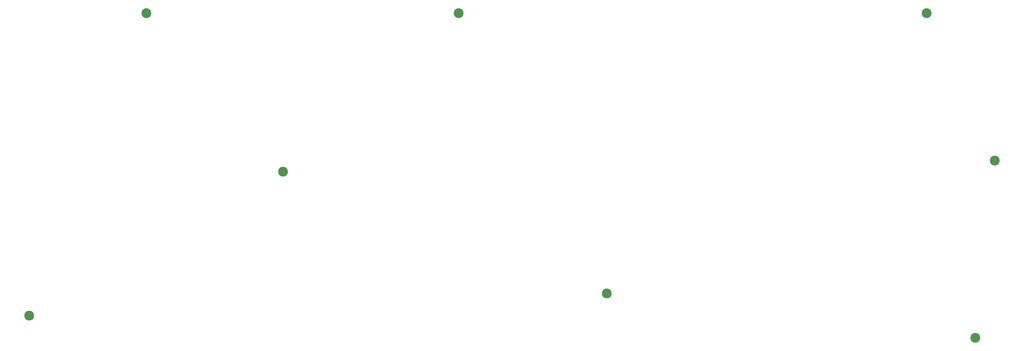
<source format=gtl>
G04 #@! TF.GenerationSoftware,KiCad,Pcbnew,(6.0.2-0)*
G04 #@! TF.CreationDate,2022-07-19T14:25:45+02:00*
G04 #@! TF.ProjectId,switch-plate,73776974-6368-42d7-906c-6174652e6b69,rev?*
G04 #@! TF.SameCoordinates,Original*
G04 #@! TF.FileFunction,Copper,L1,Top*
G04 #@! TF.FilePolarity,Positive*
%FSLAX46Y46*%
G04 Gerber Fmt 4.6, Leading zero omitted, Abs format (unit mm)*
G04 Created by KiCad (PCBNEW (6.0.2-0)) date 2022-07-19 14:25:45*
%MOMM*%
%LPD*%
G01*
G04 APERTURE LIST*
G04 #@! TA.AperFunction,ComponentPad*
%ADD10C,2.400000*%
G04 #@! TD*
G04 APERTURE END LIST*
D10*
X61750000Y-54000000D03*
X0Y-89100000D03*
X140600000Y-83700000D03*
X230375000Y-94500000D03*
X235125000Y-51300000D03*
X218500000Y-15299999D03*
X104500000Y-15299999D03*
X28500000Y-15299999D03*
M02*

</source>
